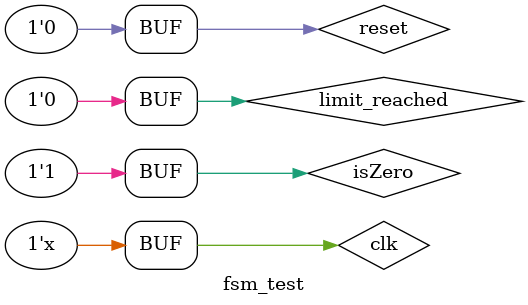
<source format=v>
`timescale 1ns / 1ps

module fsm_test;

	// Inputs
	reg clk;
	reg reset;
	reg isZero;
	reg limit_reached;

	// Outputs
	wire [2:0] ra1;
	wire [2:0] ra2;
	wire rf_we;
	wire [2:0] wa;
	wire [31:0] imm;
	wire [1:0] wd_sel;
	wire [2:0] alu_op;
	wire ld_we;
	wire c_enable;
	wire c_limit_we;
	wire c_reset;

	// Instantiate the Unit Under Test (UUT)
	FSM uut (
		.clk(clk), 
		.reset(reset), 
		.ra1(ra1), 
		.ra2(ra2), 
		.rf_we(rf_we), 
		.wa(wa), 
		.imm(imm), 
		.wd_sel(wd_sel), 
		.alu_op(alu_op), 
		.ld_we(ld_we), 
		.c_enable(c_enable), 
		.c_limit_we(c_limit_we), 
		.c_reset(c_reset), 
		.isZero(isZero), 
		.limit_reached(limit_reached)
	);

	initial begin
		// Initialize Inputs
		clk = 0;
		reset = 0;
		isZero = 0;
		limit_reached = 0;

		// Wait 100 ns for global reset to finish
		#100;
        
		// Add stimulus here
		reset = 1;
		#100
		reset = 0;
		#2000
		#100
		limit_reached = 1;
		isZero = 1;
		#100
		limit_reached = 0;

	end
	
	always
	begin
		#100
		clk = !clk;
	end
      
endmodule


</source>
